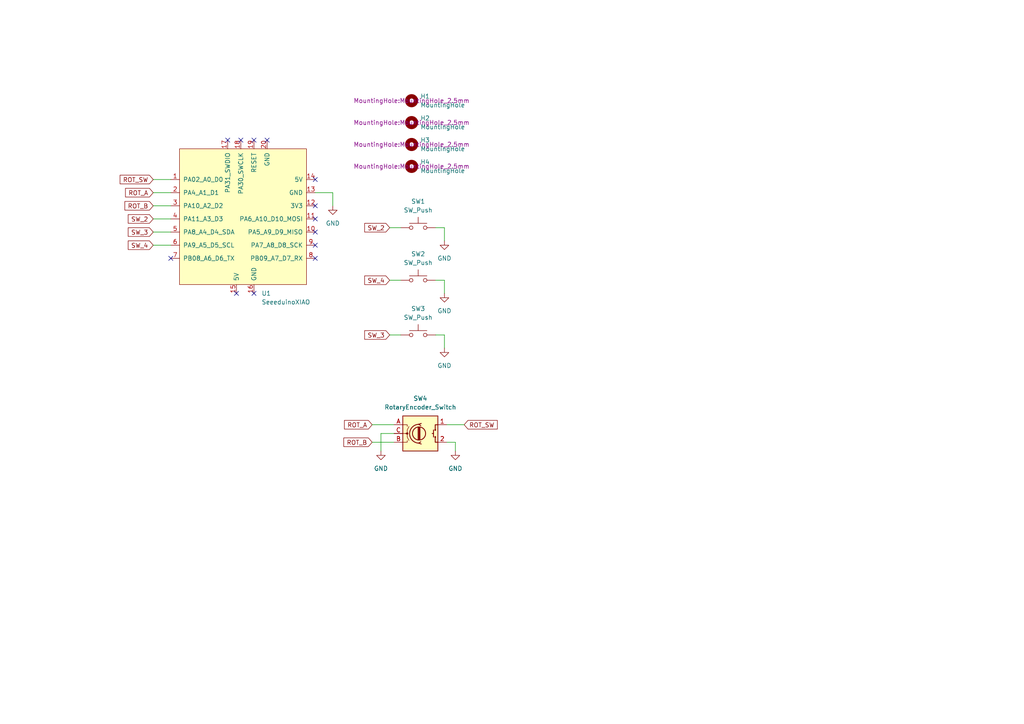
<source format=kicad_sch>
(kicad_sch (version 20230121) (generator eeschema)
  (paper "A4")
  (lib_symbols
    (symbol "Switch:SW_Push" (pin_numbers hide) (pin_names (offset 1.016) hide)
      (property "Reference" "SW" (at 1.27 2.54 0))
      (property "Value" "SW_Push" (at 0 -1.524 0))
      (symbol "SW_Push_0_1"
        (circle (center -2.032 0) (radius 0.508))
        (polyline (pts (xy 0 1.27) (xy 0 3.048)))
        (polyline (pts (xy 2.54 1.27) (xy -2.54 1.27)))
        (circle (center 2.032 0) (radius 0.508))
        (pin passive line (at -5.08 0 0) (length 2.54) (name "1") (number "1"))
        (pin passive line (at 5.08 0 180) (length 2.54) (name "2") (number "2"))
      )
    )
    (symbol "giga_pad_symbols:MountingHole" (pin_names (offset 1.016))
      (property "Reference" "H" (at 0 5.08 0))
      (property "Value" "MountingHole" (at 0 3.175 0))
      (symbol "MountingHole_0_1"
        (circle (center 0 0) (radius 1.27) (stroke (width 1.27)))
      )
    )
    (symbol "giga_pad_symbols:RotaryEncoder_Switch" (pin_names (offset 0.254) hide)
      (property "Reference" "SW" (at 0 6.604 0))
      (property "Value" "RotaryEncoder_Switch" (at 0 -6.604 0))
      (symbol "RotaryEncoder_Switch_0_1"
        (rectangle (start -5.08 5.08) (end 5.08 -5.08) (stroke (width 0.254)) (fill (type background)))
        (circle (center -3.81 0) (radius 0.254) (fill (type outline)))
        (circle (center -0.381 0) (radius 1.905) (stroke (width 0.254)))
        (arc (start -0.381 2.667) (mid -3.0988 -0.0635) (end -0.381 -2.794) (stroke (width 0.254)))
        (polyline (pts (xy -0.635 -1.778) (xy -0.635 1.778)) (stroke (width 0.254)))
        (polyline (pts (xy -0.381 -1.778) (xy -0.381 1.778)) (stroke (width 0.254)))
        (polyline (pts (xy -0.127 1.778) (xy -0.127 -1.778)) (stroke (width 0.254)))
        (polyline (pts (xy 3.81 0) (xy 3.429 0)) (stroke (width 0.254)))
        (polyline (pts (xy 3.81 1.016) (xy 3.81 -1.016)) (stroke (width 0.254)))
        (polyline (pts (xy -5.08 -2.54) (xy -3.81 -2.54) (xy -3.81 -2.032)))
        (polyline (pts (xy -5.08 2.54) (xy -3.81 2.54) (xy -3.81 2.032)))
        (polyline (pts (xy 0.254 -3.048) (xy -0.508 -2.794) (xy 0.127 -2.413)) (stroke (width 0.254)))
        (polyline (pts (xy 0.254 2.921) (xy -0.508 2.667) (xy 0.127 2.286)) (stroke (width 0.254)))
        (polyline (pts (xy 5.08 -2.54) (xy 4.318 -2.54) (xy 4.318 -1.016)) (stroke (width 0.254)))
        (polyline (pts (xy 5.08 2.54) (xy 4.318 2.54) (xy 4.318 1.016)) (stroke (width 0.254)))
        (polyline (pts (xy -5.08 0) (xy -3.81 0) (xy -3.81 -1.016) (xy -3.302 -2.032)))
        (polyline (pts (xy -4.318 0) (xy -3.81 0) (xy -3.81 1.016) (xy -3.302 2.032)))
        (circle (center 4.318 -1.016) (radius 0.127) (stroke (width 0.254)))
        (circle (center 4.318 1.016) (radius 0.127) (stroke (width 0.254)))
      )
      (symbol "RotaryEncoder_Switch_1_1"
        (pin passive line (at 7.62 2.54 180) (length 2.54) (name "1") (number "1"))
        (pin passive line (at 7.62 -2.54 180) (length 2.54) (name "2") (number "2"))
        (pin passive line (at -7.62 2.54 0) (length 2.54) (name "A") (number "A"))
        (pin passive line (at -7.62 -2.54 0) (length 2.54) (name "B") (number "B"))
        (pin passive line (at -7.62 0 0) (length 2.54) (name "C") (number "C"))
      )
    )
    (symbol "giga_pad_symbols:SeeeduinoXIAO" (pin_names (offset 1.016))
      (property "Reference" "U" (at -19.05 22.86 0))
      (property "Value" "SeeeduinoXIAO" (at -12.7 21.59 0))
      (symbol "SeeeduinoXIAO_1_1"
        (rectangle (start -19.05 20.32) (end 17.78 -19.05) (fill (type background)))
        (pin unspecified line (at -21.59 11.43 0) (length 2.54) (name "PA02_A0_D0") (number "1"))
        (pin unspecified line (at 20.32 -3.81 180) (length 2.54) (name "PA5_A9_D9_MISO") (number "10"))
        (pin unspecified line (at 20.32 0 180) (length 2.54) (name "PA6_A10_D10_MOSI") (number "11"))
        (pin unspecified line (at 20.32 3.81 180) (length 2.54) (name "3V3") (number "12"))
        (pin unspecified line (at 20.32 7.62 180) (length 2.54) (name "GND") (number "13"))
        (pin unspecified line (at 20.32 11.43 180) (length 2.54) (name "5V") (number "14"))
        (pin input line (at -2.54 -21.59 90) (length 2.54) (name "5V") (number "15"))
        (pin input line (at 2.54 -21.59 90) (length 2.54) (name "GND") (number "16"))
        (pin input line (at -5.08 22.86 270) (length 2.54) (name "PA31_SWDIO") (number "17"))
        (pin input line (at -1.27 22.86 270) (length 2.54) (name "PA30_SWCLK") (number "18"))
        (pin input line (at 2.54 22.86 270) (length 2.54) (name "RESET") (number "19"))
        (pin unspecified line (at -21.59 7.62 0) (length 2.54) (name "PA4_A1_D1") (number "2"))
        (pin input line (at 6.35 22.86 270) (length 2.54) (name "GND") (number "20"))
        (pin unspecified line (at -21.59 3.81 0) (length 2.54) (name "PA10_A2_D2") (number "3"))
        (pin unspecified line (at -21.59 0 0) (length 2.54) (name "PA11_A3_D3") (number "4"))
        (pin unspecified line (at -21.59 -3.81 0) (length 2.54) (name "PA8_A4_D4_SDA") (number "5"))
        (pin unspecified line (at -21.59 -7.62 0) (length 2.54) (name "PA9_A5_D5_SCL") (number "6"))
        (pin unspecified line (at -21.59 -11.43 0) (length 2.54) (name "PB08_A6_D6_TX") (number "7"))
        (pin unspecified line (at 20.32 -11.43 180) (length 2.54) (name "PB09_A7_D7_RX") (number "8"))
        (pin unspecified line (at 20.32 -7.62 180) (length 2.54) (name "PA7_A8_D8_SCK") (number "9"))
      )
    )
    (symbol "power:GND" (power) (pin_names (offset 0))
      (property "Value" "GND" (at 0 -3.81 0))
      (symbol "GND_0_1"
        (polyline (pts (xy 0 0) (xy 0 -1.27) (xy 1.27 -1.27) (xy 0 -2.54) (xy -1.27 -1.27) (xy 0 -1.27)))
      )
      (symbol "GND_1_1"
        (pin power_in line (at 0 0 270) (length 0) hide (name "GND") (number "1"))
      )
    )
  )
  (no_connect (at 91.44 59.69))
  (no_connect (at 91.44 52.07))
  (no_connect (at 91.44 74.93))
  (no_connect (at 91.44 71.12))
  (no_connect (at 68.58 85.09))
  (no_connect (at 91.44 63.5))
  (no_connect (at 66.04 40.64))
  (no_connect (at 69.85 40.64))
  (no_connect (at 91.44 67.31))
  (no_connect (at 77.47 40.64))
  (no_connect (at 49.53 74.93))
  (no_connect (at 73.66 40.64))
  (no_connect (at 73.66 85.09))
  (wire (pts (xy 129.54 128.27) (xy 132.08 128.27)))
  (wire (pts (xy 128.905 97.155) (xy 128.905 100.965)))
  (wire (pts (xy 128.905 81.28) (xy 128.905 85.09)))
  (wire (pts (xy 126.365 97.155) (xy 128.905 97.155)))
  (wire (pts (xy 44.45 55.88) (xy 49.53 55.88)))
  (wire (pts (xy 113.03 66.04) (xy 116.205 66.04)))
  (wire (pts (xy 128.905 66.04) (xy 128.905 69.85)))
  (wire (pts (xy 126.365 66.04) (xy 128.905 66.04)))
  (wire (pts (xy 113.03 97.155) (xy 116.205 97.155)))
  (wire (pts (xy 113.03 81.28) (xy 116.205 81.28)))
  (wire (pts (xy 110.49 125.73) (xy 110.49 130.81)))
  (wire (pts (xy 107.95 128.27) (xy 114.3 128.27)))
  (wire (pts (xy 96.52 55.88) (xy 96.52 59.69)))
  (wire (pts (xy 44.45 52.07) (xy 49.53 52.07)))
  (wire (pts (xy 44.45 59.69) (xy 49.53 59.69)))
  (wire (pts (xy 126.365 81.28) (xy 128.905 81.28)))
  (wire (pts (xy 107.95 123.19) (xy 114.3 123.19)))
  (wire (pts (xy 132.08 128.27) (xy 132.08 130.81)))
  (wire (pts (xy 114.3 125.73) (xy 110.49 125.73)))
  (wire (pts (xy 129.54 123.19) (xy 134.62 123.19)))
  (wire (pts (xy 44.45 67.31) (xy 49.53 67.31)))
  (wire (pts (xy 44.45 63.5) (xy 49.53 63.5)))
  (wire (pts (xy 91.44 55.88) (xy 96.52 55.88)))
  (wire (pts (xy 44.45 71.12) (xy 49.53 71.12)))
  (global_label "ROT_A" (shape input) (at 107.95 123.19 180) (property "Intersheetrefs" "${INTERSHEET_REFS}" (effects hide)))
  (global_label "SW_3" (shape input) (at 113.03 97.155 180) (property "Intersheetrefs" "${INTERSHEET_REFS}" (effects hide)))
  (global_label "SW_4" (shape input) (at 113.03 81.28 180) (property "Intersheetrefs" "${INTERSHEET_REFS}" (effects hide)))
  (global_label "ROT_SW" (shape input) (at 134.62 123.19 0) (property "Intersheetrefs" "${INTERSHEET_REFS}" (effects hide)))
  (global_label "SW_3" (shape input) (at 44.45 67.31 180) (property "Intersheetrefs" "${INTERSHEET_REFS}" (effects hide)))
  (global_label "SW_2" (shape input) (at 44.45 63.5 180) (property "Intersheetrefs" "${INTERSHEET_REFS}" (effects hide)))
  (global_label "ROT_B" (shape input) (at 107.95 128.27 180) (property "Intersheetrefs" "${INTERSHEET_REFS}" (effects hide)))
  (global_label "ROT_SW" (shape input) (at 44.45 52.07 180) (property "Intersheetrefs" "${INTERSHEET_REFS}" (effects hide)))
  (global_label "SW_4" (shape input) (at 44.45 71.12 180) (property "Intersheetrefs" "${INTERSHEET_REFS}" (effects hide)))
  (global_label "ROT_A" (shape input) (at 44.45 55.88 180) (property "Intersheetrefs" "${INTERSHEET_REFS}" (effects hide)))
  (global_label "ROT_B" (shape input) (at 44.45 59.69 180) (property "Intersheetrefs" "${INTERSHEET_REFS}" (effects hide)))
  (global_label "SW_2" (shape input) (at 113.03 66.04 180) (property "Intersheetrefs" "${INTERSHEET_REFS}" (effects hide)))
  (symbol (lib_id "power:GND") (at 96.52 59.69 0) (unit 1)
    (property "Reference" "#PWR03" (effects hide))
    (property "Value" "GND" (at 96.52 64.77 0))
  )
  (symbol (lib_id "giga_pad_symbols:RotaryEncoder_Switch") (at 121.92 125.73 0) (unit 1)
    (property "Reference" "SW4" (at 121.92 115.57 0))
    (property "Value" "RotaryEncoder_Switch" (at 121.92 118.11 0))
    (property "Footprint" "giga_pad_library:Bourns-PEC11R-4220F-S0024-0-0-0" (effects hide))
  )
  (symbol (lib_id "power:GND") (at 132.08 130.81 0) (unit 1)
    (property "Reference" "#PWR06" (effects hide))
    (property "Value" "GND" (at 132.08 135.89 0))
  )
  (symbol (lib_id "giga_pad_symbols:MountingHole") (at 119.38 41.91 0) (unit 1)
    (property "Reference" "H3" (at 121.92 40.64 0) (effects (justify left)))
    (property "Value" "MountingHole" (at 121.92 43.18 0) (effects (justify left)))
    (property "Footprint" "MountingHole:MountingHole_2.5mm" (at 119.38 41.91 0))
  )
  (symbol (lib_id "power:GND") (at 128.905 85.09 0) (unit 1)
    (property "Reference" "#PWR04" (effects hide))
    (property "Value" "GND" (at 128.905 90.17 0))
  )
  (symbol (lib_id "Switch:SW_Push") (at 121.285 81.28 0) (unit 1)
    (property "Reference" "SW2" (at 121.285 73.66 0))
    (property "Value" "SW_Push" (at 121.285 76.2 0))
    (property "Footprint" "giga_pad_library:SW_Cherry_MX_1.00u_PCB" (effects hide))
  )
  (symbol (lib_id "giga_pad_symbols:MountingHole") (at 119.38 48.26 0) (unit 1)
    (property "Reference" "H4" (at 121.92 46.99 0) (effects (justify left)))
    (property "Value" "MountingHole" (at 121.92 49.53 0) (effects (justify left)))
    (property "Footprint" "MountingHole:MountingHole_2.5mm" (at 119.38 48.26 0))
  )
  (symbol (lib_id "power:GND") (at 128.905 69.85 0) (unit 1)
    (property "Reference" "#PWR02" (effects hide))
    (property "Value" "GND" (at 128.905 74.93 0))
  )
  (symbol (lib_id "power:GND") (at 110.49 130.81 0) (unit 1)
    (property "Reference" "#PWR01" (effects hide))
    (property "Value" "GND" (at 110.49 135.89 0))
  )
  (symbol (lib_id "giga_pad_symbols:SeeeduinoXIAO") (at 71.12 63.5 0) (unit 1)
    (property "Reference" "U1" (at 75.8541 85.09 0) (effects (justify left)))
    (property "Value" "SeeeduinoXIAO" (at 75.8541 87.63 0) (effects (justify left)))
    (property "Footprint" "giga_pad_library:xiao-tht" (effects hide))
  )
  (symbol (lib_id "giga_pad_symbols:MountingHole") (at 119.38 35.56 0) (unit 1)
    (property "Reference" "H2" (at 121.92 34.29 0) (effects (justify left)))
    (property "Value" "MountingHole" (at 121.92 36.83 0) (effects (justify left)))
    (property "Footprint" "MountingHole:MountingHole_2.5mm" (at 119.38 35.56 0))
  )
  (symbol (lib_id "Switch:SW_Push") (at 121.285 97.155 0) (unit 1)
    (property "Reference" "SW3" (at 121.285 89.535 0))
    (property "Value" "SW_Push" (at 121.285 92.075 0))
    (property "Footprint" "giga_pad_library:SW_Cherry_MX_1.00u_PCB" (effects hide))
  )
  (symbol (lib_id "power:GND") (at 128.905 100.965 0) (unit 1)
    (property "Reference" "#PWR05" (effects hide))
    (property "Value" "GND" (at 128.905 106.045 0))
  )
  (symbol (lib_id "Switch:SW_Push") (at 121.285 66.04 0) (unit 1)
    (property "Reference" "SW1" (at 121.285 58.42 0))
    (property "Value" "SW_Push" (at 121.285 60.96 0))
    (property "Footprint" "giga_pad_library:SW_Cherry_MX_1.00u_PCB" (effects hide))
  )
  (symbol (lib_id "giga_pad_symbols:MountingHole") (at 119.38 29.21 0) (unit 1)
    (property "Reference" "H1" (at 121.92 27.94 0) (effects (justify left)))
    (property "Value" "MountingHole" (at 121.92 30.48 0) (effects (justify left)))
    (property "Footprint" "MountingHole:MountingHole_2.5mm" (at 119.38 29.21 0))
  )
)
</source>
